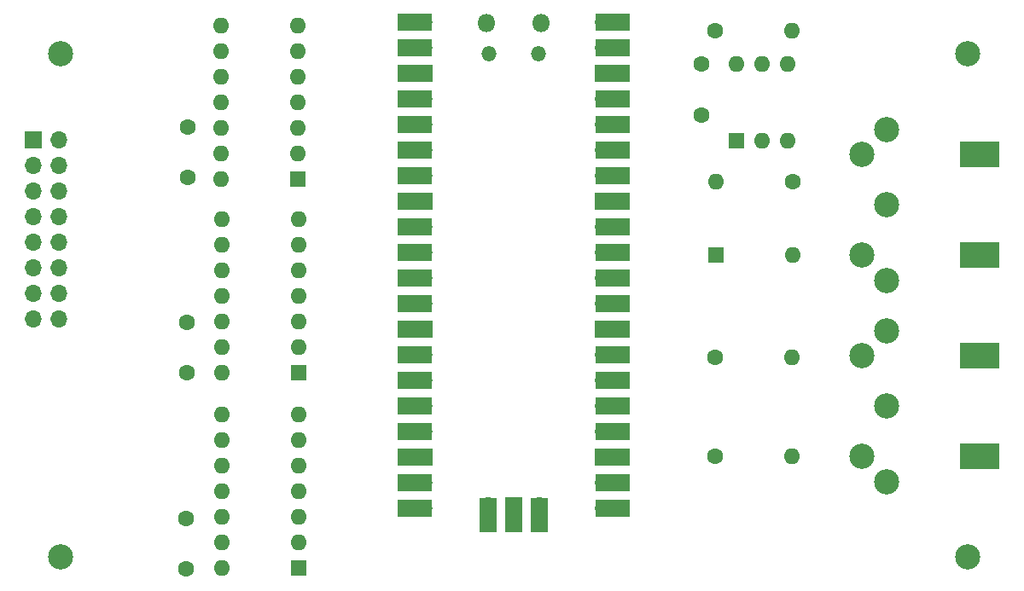
<source format=gbr>
%TF.GenerationSoftware,KiCad,Pcbnew,(6.0.5)*%
%TF.CreationDate,2022-08-31T14:42:19+01:00*%
%TF.ProjectId,PicoMIDISplitterTTL,5069636f-4d49-4444-9953-706c69747465,rev?*%
%TF.SameCoordinates,Original*%
%TF.FileFunction,Soldermask,Top*%
%TF.FilePolarity,Negative*%
%FSLAX46Y46*%
G04 Gerber Fmt 4.6, Leading zero omitted, Abs format (unit mm)*
G04 Created by KiCad (PCBNEW (6.0.5)) date 2022-08-31 14:42:19*
%MOMM*%
%LPD*%
G01*
G04 APERTURE LIST*
%ADD10R,1.700000X1.700000*%
%ADD11O,1.700000X1.700000*%
%ADD12O,1.500000X1.500000*%
%ADD13O,1.800000X1.800000*%
%ADD14R,3.500000X1.700000*%
%ADD15R,1.700000X3.500000*%
%ADD16R,1.600000X1.600000*%
%ADD17O,1.600000X1.600000*%
%ADD18R,4.000000X2.500000*%
%ADD19C,2.499360*%
%ADD20C,1.600000*%
%ADD21C,2.500000*%
G04 APERTURE END LIST*
D10*
%TO.C,J1*%
X52298600Y-53517800D03*
D11*
X54838600Y-53517800D03*
X52298600Y-56057800D03*
X54838600Y-56057800D03*
X52298600Y-58597800D03*
X54838600Y-58597800D03*
X52298600Y-61137800D03*
X54838600Y-61137800D03*
X52298600Y-63677800D03*
X54838600Y-63677800D03*
X52298600Y-66217800D03*
X54838600Y-66217800D03*
X52298600Y-68757800D03*
X54838600Y-68757800D03*
X52298600Y-71297800D03*
X54838600Y-71297800D03*
%TD*%
D12*
%TO.C,U4*%
X97575000Y-45030000D03*
D13*
X102725000Y-42000000D03*
D12*
X102425000Y-45030000D03*
D13*
X97275000Y-42000000D03*
D14*
X90210000Y-41870000D03*
D11*
X91110000Y-41870000D03*
X91110000Y-44410000D03*
D14*
X90210000Y-44410000D03*
D10*
X91110000Y-46950000D03*
D14*
X90210000Y-46950000D03*
D11*
X91110000Y-49490000D03*
D14*
X90210000Y-49490000D03*
X90210000Y-52030000D03*
D11*
X91110000Y-52030000D03*
X91110000Y-54570000D03*
D14*
X90210000Y-54570000D03*
D11*
X91110000Y-57110000D03*
D14*
X90210000Y-57110000D03*
X90210000Y-59650000D03*
D10*
X91110000Y-59650000D03*
D14*
X90210000Y-62190000D03*
D11*
X91110000Y-62190000D03*
D14*
X90210000Y-64730000D03*
D11*
X91110000Y-64730000D03*
D14*
X90210000Y-67270000D03*
D11*
X91110000Y-67270000D03*
X91110000Y-69810000D03*
D14*
X90210000Y-69810000D03*
X90210000Y-72350000D03*
D10*
X91110000Y-72350000D03*
D11*
X91110000Y-74890000D03*
D14*
X90210000Y-74890000D03*
X90210000Y-77430000D03*
D11*
X91110000Y-77430000D03*
X91110000Y-79970000D03*
D14*
X90210000Y-79970000D03*
D11*
X91110000Y-82510000D03*
D14*
X90210000Y-82510000D03*
D10*
X91110000Y-85050000D03*
D14*
X90210000Y-85050000D03*
D11*
X91110000Y-87590000D03*
D14*
X90210000Y-87590000D03*
X90210000Y-90130000D03*
D11*
X91110000Y-90130000D03*
D14*
X109790000Y-90130000D03*
D11*
X108890000Y-90130000D03*
D14*
X109790000Y-87590000D03*
D11*
X108890000Y-87590000D03*
D14*
X109790000Y-85050000D03*
D10*
X108890000Y-85050000D03*
D11*
X108890000Y-82510000D03*
D14*
X109790000Y-82510000D03*
X109790000Y-79970000D03*
D11*
X108890000Y-79970000D03*
X108890000Y-77430000D03*
D14*
X109790000Y-77430000D03*
D11*
X108890000Y-74890000D03*
D14*
X109790000Y-74890000D03*
D10*
X108890000Y-72350000D03*
D14*
X109790000Y-72350000D03*
X109790000Y-69810000D03*
D11*
X108890000Y-69810000D03*
D14*
X109790000Y-67270000D03*
D11*
X108890000Y-67270000D03*
X108890000Y-64730000D03*
D14*
X109790000Y-64730000D03*
D11*
X108890000Y-62190000D03*
D14*
X109790000Y-62190000D03*
X109790000Y-59650000D03*
D10*
X108890000Y-59650000D03*
D14*
X109790000Y-57110000D03*
D11*
X108890000Y-57110000D03*
X108890000Y-54570000D03*
D14*
X109790000Y-54570000D03*
D11*
X108890000Y-52030000D03*
D14*
X109790000Y-52030000D03*
D11*
X108890000Y-49490000D03*
D14*
X109790000Y-49490000D03*
X109790000Y-46950000D03*
D10*
X108890000Y-46950000D03*
D11*
X108890000Y-44410000D03*
D14*
X109790000Y-44410000D03*
D11*
X108890000Y-41870000D03*
D14*
X109790000Y-41870000D03*
D11*
X97460000Y-89900000D03*
D15*
X97460000Y-90800000D03*
D10*
X100000000Y-89900000D03*
D15*
X100000000Y-90800000D03*
D11*
X102540000Y-89900000D03*
D15*
X102540000Y-90800000D03*
%TD*%
D16*
%TO.C,U2*%
X78653800Y-76687600D03*
D17*
X78653800Y-74147600D03*
X78653800Y-71607600D03*
X78653800Y-69067600D03*
X78653800Y-66527600D03*
X78653800Y-63987600D03*
X78653800Y-61447600D03*
X71033800Y-61447600D03*
X71033800Y-63987600D03*
X71033800Y-66527600D03*
X71033800Y-69067600D03*
X71033800Y-71607600D03*
X71033800Y-74147600D03*
X71033800Y-76687600D03*
%TD*%
D18*
%TO.C,J4*%
X146197700Y-85001260D03*
X146197700Y-74998740D03*
D19*
X137002800Y-72501920D03*
X137000260Y-80000000D03*
X137002800Y-87498080D03*
X134500900Y-75003820D03*
X134500900Y-84996180D03*
%TD*%
D16*
%TO.C,U1*%
X78577600Y-57459800D03*
D17*
X78577600Y-54919800D03*
X78577600Y-52379800D03*
X78577600Y-49839800D03*
X78577600Y-47299800D03*
X78577600Y-44759800D03*
X78577600Y-42219800D03*
X70957600Y-42219800D03*
X70957600Y-44759800D03*
X70957600Y-47299800D03*
X70957600Y-49839800D03*
X70957600Y-52379800D03*
X70957600Y-54919800D03*
X70957600Y-57459800D03*
%TD*%
D18*
%TO.C,J10*%
X146197700Y-54998740D03*
X146197700Y-65001260D03*
D19*
X137002800Y-52501920D03*
X137000260Y-60000000D03*
X137002800Y-67498080D03*
X134500900Y-55003820D03*
X134500900Y-64996180D03*
%TD*%
D16*
%TO.C,D1*%
X120040400Y-64973200D03*
D17*
X127660400Y-64973200D03*
%TD*%
D20*
%TO.C,R4*%
X120000000Y-84988400D03*
D17*
X127620000Y-84988400D03*
%TD*%
%TO.C,U3*%
X71008400Y-96093200D03*
X71008400Y-93553200D03*
X71008400Y-91013200D03*
X71008400Y-88473200D03*
X71008400Y-85933200D03*
X71008400Y-83393200D03*
X71008400Y-80853200D03*
X78628400Y-80853200D03*
X78628400Y-83393200D03*
X78628400Y-85933200D03*
X78628400Y-88473200D03*
X78628400Y-91013200D03*
X78628400Y-93553200D03*
D16*
X78628400Y-96093200D03*
%TD*%
D21*
%TO.C,H2*%
X55000000Y-95000000D03*
%TD*%
D20*
%TO.C,C4*%
X118618000Y-51064800D03*
X118618000Y-46064800D03*
%TD*%
%TO.C,R10*%
X120000000Y-75107800D03*
D17*
X127620000Y-75107800D03*
%TD*%
D20*
%TO.C,C1*%
X67640200Y-57313200D03*
X67640200Y-52313200D03*
%TD*%
D16*
%TO.C,U5*%
X122087400Y-53634800D03*
D17*
X124627400Y-53634800D03*
X127167400Y-53634800D03*
X127167400Y-46014800D03*
X124627400Y-46014800D03*
X122087400Y-46014800D03*
%TD*%
D20*
%TO.C,C3*%
X67487800Y-96149800D03*
X67487800Y-91149800D03*
%TD*%
D21*
%TO.C,H1*%
X55000000Y-45000000D03*
%TD*%
%TO.C,H3*%
X145000000Y-45000000D03*
%TD*%
D17*
%TO.C,R19*%
X120040400Y-57734200D03*
D20*
X127660400Y-57734200D03*
%TD*%
D21*
%TO.C,H4*%
X145000000Y-95000000D03*
%TD*%
D20*
%TO.C,C2*%
X67538600Y-76642600D03*
X67538600Y-71642600D03*
%TD*%
%TO.C,R20*%
X120000000Y-42722800D03*
D17*
X127620000Y-42722800D03*
%TD*%
M02*

</source>
